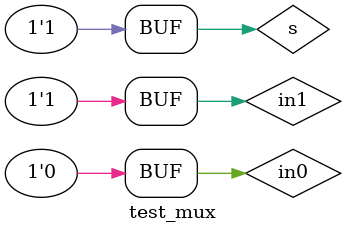
<source format=v>
module test_mux;
	reg in0, in1, s;
	wire out;

	mux_2_1_structural m(out, in0, in1, s);

	initial begin
		#10 in0 = 0;
			in1 = 1;
			s = 0;
		#10 s = 1;
	end
	endmodule

</source>
